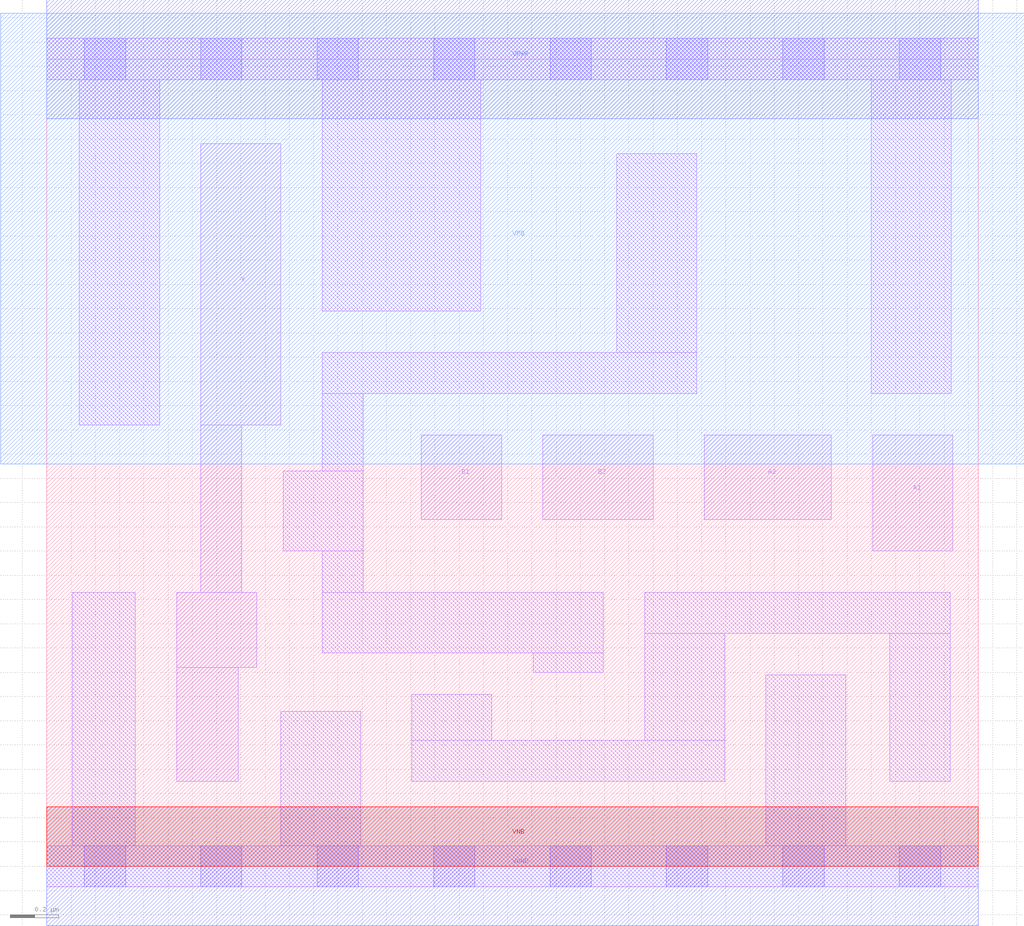
<source format=lef>
# Copyright 2020 The SkyWater PDK Authors
#
# Licensed under the Apache License, Version 2.0 (the "License");
# you may not use this file except in compliance with the License.
# You may obtain a copy of the License at
#
#     https://www.apache.org/licenses/LICENSE-2.0
#
# Unless required by applicable law or agreed to in writing, software
# distributed under the License is distributed on an "AS IS" BASIS,
# WITHOUT WARRANTIES OR CONDITIONS OF ANY KIND, either express or implied.
# See the License for the specific language governing permissions and
# limitations under the License.
#
# SPDX-License-Identifier: Apache-2.0

VERSION 5.7 ;
  NOWIREEXTENSIONATPIN ON ;
  DIVIDERCHAR "/" ;
  BUSBITCHARS "[]" ;
MACRO sky130_fd_sc_ls__o22a_2
  CLASS CORE ;
  FOREIGN sky130_fd_sc_ls__o22a_2 ;
  ORIGIN  0.000000  0.000000 ;
  SIZE  3.840000 BY  3.330000 ;
  SYMMETRY X Y ;
  SITE unit ;
  PIN A1
    ANTENNAGATEAREA  0.261000 ;
    DIRECTION INPUT ;
    USE SIGNAL ;
    PORT
      LAYER li1 ;
        RECT 3.405000 1.300000 3.735000 1.780000 ;
    END
  END A1
  PIN A2
    ANTENNAGATEAREA  0.261000 ;
    DIRECTION INPUT ;
    USE SIGNAL ;
    PORT
      LAYER li1 ;
        RECT 2.710000 1.430000 3.235000 1.780000 ;
    END
  END A2
  PIN B1
    ANTENNAGATEAREA  0.261000 ;
    DIRECTION INPUT ;
    USE SIGNAL ;
    PORT
      LAYER li1 ;
        RECT 1.545000 1.430000 1.875000 1.780000 ;
    END
  END B1
  PIN B2
    ANTENNAGATEAREA  0.261000 ;
    DIRECTION INPUT ;
    USE SIGNAL ;
    PORT
      LAYER li1 ;
        RECT 2.045000 1.430000 2.500000 1.780000 ;
    END
  END B2
  PIN X
    ANTENNADIFFAREA  0.543200 ;
    DIRECTION OUTPUT ;
    USE SIGNAL ;
    PORT
      LAYER li1 ;
        RECT 0.535000 0.350000 0.790000 0.820000 ;
        RECT 0.535000 0.820000 0.865000 1.130000 ;
        RECT 0.635000 1.130000 0.805000 1.820000 ;
        RECT 0.635000 1.820000 0.965000 2.980000 ;
    END
  END X
  PIN VGND
    DIRECTION INOUT ;
    SHAPE ABUTMENT ;
    USE GROUND ;
    PORT
      LAYER met1 ;
        RECT 0.000000 -0.245000 3.840000 0.245000 ;
    END
  END VGND
  PIN VNB
    DIRECTION INOUT ;
    USE GROUND ;
    PORT
      LAYER pwell ;
        RECT 0.000000 0.000000 3.840000 0.245000 ;
    END
  END VNB
  PIN VPB
    DIRECTION INOUT ;
    USE POWER ;
    PORT
      LAYER nwell ;
        RECT -0.190000 1.660000 4.030000 3.520000 ;
    END
  END VPB
  PIN VPWR
    DIRECTION INOUT ;
    SHAPE ABUTMENT ;
    USE POWER ;
    PORT
      LAYER met1 ;
        RECT 0.000000 3.085000 3.840000 3.575000 ;
    END
  END VPWR
  OBS
    LAYER li1 ;
      RECT 0.000000 -0.085000 3.840000 0.085000 ;
      RECT 0.000000  3.245000 3.840000 3.415000 ;
      RECT 0.105000  0.085000 0.365000 1.130000 ;
      RECT 0.135000  1.820000 0.465000 3.245000 ;
      RECT 0.965000  0.085000 1.295000 0.640000 ;
      RECT 0.975000  1.300000 1.305000 1.630000 ;
      RECT 1.135000  0.880000 2.295000 1.130000 ;
      RECT 1.135000  1.130000 1.305000 1.300000 ;
      RECT 1.135000  1.630000 1.305000 1.950000 ;
      RECT 1.135000  1.950000 2.680000 2.120000 ;
      RECT 1.135000  2.290000 1.790000 3.245000 ;
      RECT 1.505000  0.350000 2.795000 0.520000 ;
      RECT 1.505000  0.520000 1.835000 0.710000 ;
      RECT 2.005000  0.800000 2.295000 0.880000 ;
      RECT 2.350000  2.120000 2.680000 2.940000 ;
      RECT 2.465000  0.520000 2.795000 0.960000 ;
      RECT 2.465000  0.960000 3.725000 1.130000 ;
      RECT 2.965000  0.085000 3.295000 0.790000 ;
      RECT 3.400000  1.950000 3.730000 3.245000 ;
      RECT 3.475000  0.350000 3.725000 0.960000 ;
    LAYER mcon ;
      RECT 0.155000 -0.085000 0.325000 0.085000 ;
      RECT 0.155000  3.245000 0.325000 3.415000 ;
      RECT 0.635000 -0.085000 0.805000 0.085000 ;
      RECT 0.635000  3.245000 0.805000 3.415000 ;
      RECT 1.115000 -0.085000 1.285000 0.085000 ;
      RECT 1.115000  3.245000 1.285000 3.415000 ;
      RECT 1.595000 -0.085000 1.765000 0.085000 ;
      RECT 1.595000  3.245000 1.765000 3.415000 ;
      RECT 2.075000 -0.085000 2.245000 0.085000 ;
      RECT 2.075000  3.245000 2.245000 3.415000 ;
      RECT 2.555000 -0.085000 2.725000 0.085000 ;
      RECT 2.555000  3.245000 2.725000 3.415000 ;
      RECT 3.035000 -0.085000 3.205000 0.085000 ;
      RECT 3.035000  3.245000 3.205000 3.415000 ;
      RECT 3.515000 -0.085000 3.685000 0.085000 ;
      RECT 3.515000  3.245000 3.685000 3.415000 ;
  END
END sky130_fd_sc_ls__o22a_2
END LIBRARY

</source>
